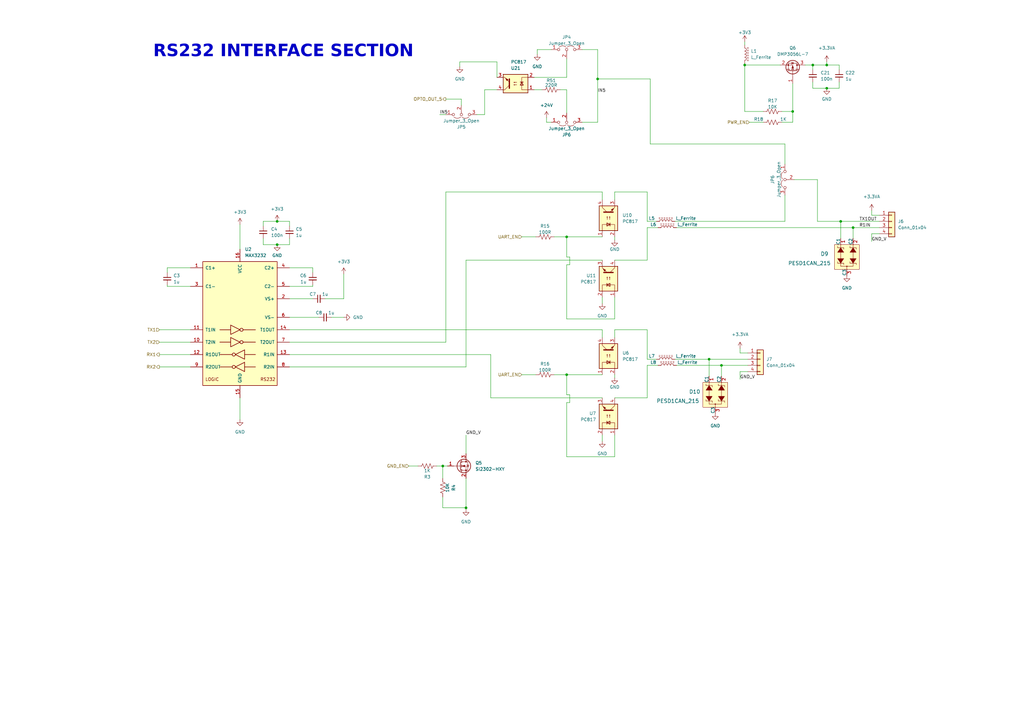
<source format=kicad_sch>
(kicad_sch (version 20230121) (generator eeschema)
  (paper "A3")
  (title_block (title "ELIESTAR") (date "2023-06-20") (rev "2.0") (company "GEVITON") (comment 2 "Reviewed By: Timoty Kyalo") (comment 3 "Designed By: Robert Mutura") (comment 4 "ELIESTAR"))
  (lib_symbols
    (symbol "Connector_Generic:Conn_01x04" (pin_names (offset 1.016) hide)
      (property "Reference" "J" (at 0 5.08 0))
      (property "Value" "Conn_01x04" (at 0 -7.62 0))
      (symbol "Conn_01x04_1_1"
        (rectangle (start -1.27 -4.953) (end 0 -5.207) (stroke (width 0.1524)))
        (rectangle (start -1.27 -2.413) (end 0 -2.667) (stroke (width 0.1524)))
        (rectangle (start -1.27 0.127) (end 0 -0.127) (stroke (width 0.1524)))
        (rectangle (start -1.27 2.667) (end 0 2.413) (stroke (width 0.1524)))
        (rectangle (start -1.27 3.81) (end 1.27 -6.35) (stroke (width 0.254)) (fill (type background)))
        (pin passive line (at -5.08 2.54 0) (length 3.81) (name "Pin_1") (number "1"))
        (pin passive line (at -5.08 0 0) (length 3.81) (name "Pin_2") (number "2"))
        (pin passive line (at -5.08 -2.54 0) (length 3.81) (name "Pin_3") (number "3"))
        (pin passive line (at -5.08 -5.08 0) (length 3.81) (name "Pin_4") (number "4"))
      )
    )
    (symbol "Device:C_Small" (pin_numbers hide) (pin_names (offset 0.254) hide)
      (property "Reference" "C" (at 0.254 1.778 0))
      (property "Value" "C_Small" (at 0.254 -2.032 0))
      (symbol "C_Small_0_1"
        (polyline (pts (xy -1.524 -0.508) (xy 1.524 -0.508)) (stroke (width 0.3302)))
        (polyline (pts (xy -1.524 0.508) (xy 1.524 0.508)) (stroke (width 0.3048)))
      )
      (symbol "C_Small_1_1"
        (pin passive line (at 0 2.54 270) (length 2.032) (name "~") (number "1"))
        (pin passive line (at 0 -2.54 90) (length 2.032) (name "~") (number "2"))
      )
    )
    (symbol "Device:L_Ferrite" (pin_numbers hide) (pin_names (offset 1.016) hide)
      (property "Reference" "L" (at -1.27 0 90))
      (property "Value" "L_Ferrite" (at 2.794 0 90))
      (symbol "L_Ferrite_0_1"
        (arc (start 0 -2.54) (mid 0.6323 -1.905) (end 0 -1.27))
        (arc (start 0 -1.27) (mid 0.6323 -0.635) (end 0 0))
        (polyline (pts (xy 1.016 -2.794) (xy 1.016 -2.286)))
        (polyline (pts (xy 1.016 -1.778) (xy 1.016 -1.27)))
        (polyline (pts (xy 1.016 -0.762) (xy 1.016 -0.254)))
        (polyline (pts (xy 1.016 0.254) (xy 1.016 0.762)))
        (polyline (pts (xy 1.016 1.27) (xy 1.016 1.778)))
        (polyline (pts (xy 1.016 2.286) (xy 1.016 2.794)))
        (polyline (pts (xy 1.524 -2.286) (xy 1.524 -2.794)))
        (polyline (pts (xy 1.524 -1.27) (xy 1.524 -1.778)))
        (polyline (pts (xy 1.524 -0.254) (xy 1.524 -0.762)))
        (polyline (pts (xy 1.524 0.762) (xy 1.524 0.254)))
        (polyline (pts (xy 1.524 1.778) (xy 1.524 1.27)))
        (polyline (pts (xy 1.524 2.794) (xy 1.524 2.286)))
        (arc (start 0 0) (mid 0.6323 0.635) (end 0 1.27))
        (arc (start 0 1.27) (mid 0.6323 1.905) (end 0 2.54))
      )
      (symbol "L_Ferrite_1_1"
        (pin passive line (at 0 3.81 270) (length 1.27) (name "1") (number "1"))
        (pin passive line (at 0 -3.81 90) (length 1.27) (name "2") (number "2"))
      )
    )
    (symbol "Device:Q_NMOS_GSD" (pin_names (offset 0) hide)
      (property "Reference" "Q" (at 5.08 1.27 0))
      (property "Value" "Q_NMOS_GSD" (at 5.08 -1.27 0))
      (symbol "Q_NMOS_GSD_0_1"
        (polyline (pts (xy 0.254 0) (xy -2.54 0)))
        (polyline (pts (xy 0.254 1.905) (xy 0.254 -1.905)) (stroke (width 0.254)))
        (polyline (pts (xy 0.762 -1.27) (xy 0.762 -2.286)) (stroke (width 0.254)))
        (polyline (pts (xy 0.762 0.508) (xy 0.762 -0.508)) (stroke (width 0.254)))
        (polyline (pts (xy 0.762 2.286) (xy 0.762 1.27)) (stroke (width 0.254)))
        (polyline (pts (xy 2.54 2.54) (xy 2.54 1.778)))
        (polyline (pts (xy 2.54 -2.54) (xy 2.54 0) (xy 0.762 0)))
        (polyline (pts (xy 0.762 -1.778) (xy 3.302 -1.778) (xy 3.302 1.778) (xy 0.762 1.778)))
        (polyline (pts (xy 1.016 0) (xy 2.032 0.381) (xy 2.032 -0.381) (xy 1.016 0)) (fill (type outline)))
        (polyline (pts (xy 2.794 0.508) (xy 2.921 0.381) (xy 3.683 0.381) (xy 3.81 0.254)))
        (polyline (pts (xy 3.302 0.381) (xy 2.921 -0.254) (xy 3.683 -0.254) (xy 3.302 0.381)))
        (circle (center 1.651 0) (radius 2.794) (stroke (width 0.254)))
        (circle (center 2.54 -1.778) (radius 0.254) (fill (type outline)))
        (circle (center 2.54 1.778) (radius 0.254) (fill (type outline)))
      )
      (symbol "Q_NMOS_GSD_1_1"
        (pin input line (at -5.08 0 0) (length 2.54) (name "G") (number "1"))
        (pin passive line (at 2.54 -5.08 90) (length 2.54) (name "S") (number "2"))
        (pin passive line (at 2.54 5.08 270) (length 2.54) (name "D") (number "3"))
      )
    )
    (symbol "Device:Q_PMOS_GSD" (pin_names (offset 0) hide)
      (property "Reference" "Q" (at 5.08 1.27 0))
      (property "Value" "Q_PMOS_GSD" (at 5.08 -1.27 0))
      (symbol "Q_PMOS_GSD_0_1"
        (polyline (pts (xy 0.254 0) (xy -2.54 0)))
        (polyline (pts (xy 0.254 1.905) (xy 0.254 -1.905)) (stroke (width 0.254)))
        (polyline (pts (xy 0.762 -1.27) (xy 0.762 -2.286)) (stroke (width 0.254)))
        (polyline (pts (xy 0.762 0.508) (xy 0.762 -0.508)) (stroke (width 0.254)))
        (polyline (pts (xy 0.762 2.286) (xy 0.762 1.27)) (stroke (width 0.254)))
        (polyline (pts (xy 2.54 2.54) (xy 2.54 1.778)))
        (polyline (pts (xy 2.54 -2.54) (xy 2.54 0) (xy 0.762 0)))
        (polyline (pts (xy 0.762 1.778) (xy 3.302 1.778) (xy 3.302 -1.778) (xy 0.762 -1.778)))
        (polyline (pts (xy 2.286 0) (xy 1.27 0.381) (xy 1.27 -0.381) (xy 2.286 0)) (fill (type outline)))
        (polyline (pts (xy 2.794 -0.508) (xy 2.921 -0.381) (xy 3.683 -0.381) (xy 3.81 -0.254)))
        (polyline (pts (xy 3.302 -0.381) (xy 2.921 0.254) (xy 3.683 0.254) (xy 3.302 -0.381)))
        (circle (center 1.651 0) (radius 2.794) (stroke (width 0.254)))
        (circle (center 2.54 -1.778) (radius 0.254) (fill (type outline)))
        (circle (center 2.54 1.778) (radius 0.254) (fill (type outline)))
      )
      (symbol "Q_PMOS_GSD_1_1"
        (pin input line (at -5.08 0 0) (length 2.54) (name "G") (number "1"))
        (pin passive line (at 2.54 -5.08 90) (length 2.54) (name "S") (number "2"))
        (pin passive line (at 2.54 5.08 270) (length 2.54) (name "D") (number "3"))
      )
    )
    (symbol "Device:R_US" (pin_numbers hide) (pin_names (offset 0))
      (property "Reference" "R" (at 2.54 0 90))
      (property "Value" "R_US" (at -2.54 0 90))
      (symbol "R_US_0_1"
        (polyline (pts (xy 0 -2.286) (xy 0 -2.54)))
        (polyline (pts (xy 0 2.286) (xy 0 2.54)))
        (polyline (pts (xy 0 -0.762) (xy 1.016 -1.143) (xy 0 -1.524) (xy -1.016 -1.905) (xy 0 -2.286)))
        (polyline (pts (xy 0 0.762) (xy 1.016 0.381) (xy 0 0) (xy -1.016 -0.381) (xy 0 -0.762)))
        (polyline (pts (xy 0 2.286) (xy 1.016 1.905) (xy 0 1.524) (xy -1.016 1.143) (xy 0 0.762)))
      )
      (symbol "R_US_1_1"
        (pin passive line (at 0 3.81 270) (length 1.27) (name "~") (number "1"))
        (pin passive line (at 0 -3.81 90) (length 1.27) (name "~") (number "2"))
      )
    )
    (symbol "Interface_UART:MAX232" (pin_names (offset 1.016))
      (property "Reference" "U" (at -2.54 28.575 0))
      (property "Value" "MAX232" (at -2.54 26.67 0))
      (symbol "MAX232_0_0"
        (text "LOGIC" (at -11.43 -22.86 0) (effects (font (size 1.27 1.27))))
        (text "RS232" (at 11.43 -22.86 0) (effects (font (size 1.27 1.27))))
      )
      (symbol "MAX232_0_1"
        (rectangle (start -15.24 -25.4) (end 15.24 25.4) (stroke (width 0.254)) (fill (type background)))
        (circle (center -2.54 -17.78) (radius 0.635) (stroke (width 0.254)))
        (circle (center -2.54 -12.7) (radius 0.635) (stroke (width 0.254)))
        (polyline (pts (xy -3.81 -7.62) (xy -8.255 -7.62)) (stroke (width 0.254)))
        (polyline (pts (xy -3.81 -2.54) (xy -8.255 -2.54)) (stroke (width 0.254)))
        (polyline (pts (xy -3.175 -17.78) (xy -8.255 -17.78)) (stroke (width 0.254)))
        (polyline (pts (xy -3.175 -12.7) (xy -8.255 -12.7)) (stroke (width 0.254)))
        (polyline (pts (xy 1.27 -7.62) (xy 6.35 -7.62)) (stroke (width 0.254)))
        (polyline (pts (xy 1.27 -2.54) (xy 6.35 -2.54)) (stroke (width 0.254)))
        (polyline (pts (xy 1.905 -17.78) (xy 6.35 -17.78)) (stroke (width 0.254)))
        (polyline (pts (xy 1.905 -12.7) (xy 6.35 -12.7)) (stroke (width 0.254)))
        (polyline (pts (xy -3.81 -5.715) (xy -3.81 -9.525) (xy 0 -7.62) (xy -3.81 -5.715)) (stroke (width 0.254)))
        (polyline (pts (xy -3.81 -0.635) (xy -3.81 -4.445) (xy 0 -2.54) (xy -3.81 -0.635)) (stroke (width 0.254)))
        (polyline (pts (xy 1.905 -15.875) (xy 1.905 -19.685) (xy -1.905 -17.78) (xy 1.905 -15.875)) (stroke (width 0.254)))
        (polyline (pts (xy 1.905 -10.795) (xy 1.905 -14.605) (xy -1.905 -12.7) (xy 1.905 -10.795)) (stroke (width 0.254)))
        (circle (center 0.635 -7.62) (radius 0.635) (stroke (width 0.254)))
        (circle (center 0.635 -2.54) (radius 0.635) (stroke (width 0.254)))
      )
      (symbol "MAX232_1_1"
        (pin passive line (at -20.32 22.86 0) (length 5.08) (name "C1+") (number "1"))
        (pin input line (at -20.32 -7.62 0) (length 5.08) (name "T2IN") (number "10"))
        (pin input line (at -20.32 -2.54 0) (length 5.08) (name "T1IN") (number "11"))
        (pin output line (at -20.32 -12.7 0) (length 5.08) (name "R1OUT") (number "12"))
        (pin input line (at 20.32 -12.7 180) (length 5.08) (name "R1IN") (number "13"))
        (pin output line (at 20.32 -2.54 180) (length 5.08) (name "T1OUT") (number "14"))
        (pin power_in line (at 0 -30.48 90) (length 5.08) (name "GND") (number "15"))
        (pin power_in line (at 0 30.48 270) (length 5.08) (name "VCC") (number "16"))
        (pin power_out line (at 20.32 10.16 180) (length 5.08) (name "VS+") (number "2"))
        (pin passive line (at -20.32 15.24 0) (length 5.08) (name "C1-") (number "3"))
        (pin passive line (at 20.32 22.86 180) (length 5.08) (name "C2+") (number "4"))
        (pin passive line (at 20.32 15.24 180) (length 5.08) (name "C2-") (number "5"))
        (pin power_out line (at 20.32 2.54 180) (length 5.08) (name "VS-") (number "6"))
        (pin output line (at 20.32 -7.62 180) (length 5.08) (name "T2OUT") (number "7"))
        (pin input line (at 20.32 -17.78 180) (length 5.08) (name "R2IN") (number "8"))
        (pin output line (at -20.32 -17.78 0) (length 5.08) (name "R2OUT") (number "9"))
      )
    )
    (symbol "Isolator:PC817" (pin_names (offset 1.016))
      (property "Reference" "U" (at -5.08 5.08 0))
      (property "Value" "PC817" (at 0 5.08 0))
      (symbol "PC817_0_1"
        (rectangle (start -5.08 3.81) (end 5.08 -3.81) (stroke (width 0.254)) (fill (type background)))
        (polyline (pts (xy -3.175 -0.635) (xy -1.905 -0.635)) (stroke (width 0.254)))
        (polyline (pts (xy 2.54 0.635) (xy 4.445 2.54)))
        (polyline (pts (xy 4.445 -2.54) (xy 2.54 -0.635)) (fill (type outline)))
        (polyline (pts (xy 4.445 -2.54) (xy 5.08 -2.54)))
        (polyline (pts (xy 4.445 2.54) (xy 5.08 2.54)))
        (polyline (pts (xy -5.08 2.54) (xy -2.54 2.54) (xy -2.54 -0.635)))
        (polyline (pts (xy -2.54 -0.635) (xy -2.54 -2.54) (xy -5.08 -2.54)))
        (polyline (pts (xy 2.54 1.905) (xy 2.54 -1.905) (xy 2.54 -1.905)) (stroke (width 0.508)))
        (polyline (pts (xy -2.54 -0.635) (xy -3.175 0.635) (xy -1.905 0.635) (xy -2.54 -0.635)) (stroke (width 0.254)))
        (polyline (pts (xy -0.508 -0.508) (xy 0.762 -0.508) (xy 0.381 -0.635) (xy 0.381 -0.381) (xy 0.762 -0.508)))
        (polyline (pts (xy -0.508 0.508) (xy 0.762 0.508) (xy 0.381 0.381) (xy 0.381 0.635) (xy 0.762 0.508)))
        (polyline (pts (xy 3.048 -1.651) (xy 3.556 -1.143) (xy 4.064 -2.159) (xy 3.048 -1.651) (xy 3.048 -1.651)) (fill (type outline)))
      )
      (symbol "PC817_1_1"
        (pin passive line (at -7.62 2.54 0) (length 2.54) (name "~") (number "1"))
        (pin passive line (at -7.62 -2.54 0) (length 2.54) (name "~") (number "2"))
        (pin passive line (at 7.62 -2.54 180) (length 2.54) (name "~") (number "3"))
        (pin passive line (at 7.62 2.54 180) (length 2.54) (name "~") (number "4"))
      )
    )
    (symbol "Jumper:Jumper_3_Open" (pin_names (offset 0) hide)
      (property "Reference" "JP" (at -2.54 -2.54 0))
      (property "Value" "Jumper_3_Open" (at 0 2.794 0))
      (symbol "Jumper_3_Open_0_0"
        (circle (center -3.302 0) (radius 0.508))
        (circle (center 0 0) (radius 0.508))
        (circle (center 3.302 0) (radius 0.508))
      )
      (symbol "Jumper_3_Open_0_1"
        (arc (start -0.254 1.016) (mid -1.651 1.4992) (end -3.048 1.016))
        (polyline (pts (xy 0 -0.508) (xy 0 -1.27)))
        (arc (start 3.048 1.016) (mid 1.651 1.4992) (end 0.254 1.016))
      )
      (symbol "Jumper_3_Open_1_1"
        (pin passive line (at -6.35 0 0) (length 2.54) (name "A") (number "1"))
        (pin passive line (at 0 -3.81 90) (length 2.54) (name "C") (number "2"))
        (pin passive line (at 6.35 0 180) (length 2.54) (name "B") (number "3"))
      )
    )
    (symbol "dk_TVS-Diodes:PESD1CAN_215" (pin_names (offset 0))
      (property "Reference" "D" (at -5.08 6.096 0))
      (property "Value" "PESD1CAN_215" (at 0 -6.35 0))
      (symbol "PESD1CAN_215_0_1"
        (rectangle (start -5.08 5.08) (end 5.08 -5.08) (fill (type background)))
        (polyline (pts (xy -5.08 -2.54) (xy -3.81 -2.54)))
        (polyline (pts (xy -5.08 2.54) (xy -3.81 2.54)))
        (polyline (pts (xy -3.81 -3.81) (xy -3.175 -3.81)))
        (polyline (pts (xy -3.81 -1.27) (xy -4.445 -1.27)))
        (polyline (pts (xy -3.81 -1.27) (xy -3.81 -3.81)))
        (polyline (pts (xy -3.81 1.27) (xy -3.175 1.27)))
        (polyline (pts (xy -3.81 3.81) (xy -4.445 3.81)))
        (polyline (pts (xy -3.81 3.81) (xy -3.81 1.27)))
        (polyline (pts (xy 0.635 -2.54) (xy -1.905 -2.54)))
        (polyline (pts (xy 0.635 2.54) (xy -1.905 2.54)))
        (polyline (pts (xy 0.635 2.54) (xy 0.635 2.54)))
        (polyline (pts (xy 2.54 -3.81) (xy 3.175 -3.81)))
        (polyline (pts (xy 2.54 -1.27) (xy 1.905 -1.27)))
        (polyline (pts (xy 2.54 -1.27) (xy 2.54 -3.81)))
        (polyline (pts (xy 2.54 1.27) (xy 3.175 1.27)))
        (polyline (pts (xy 2.54 3.81) (xy 1.905 3.81)))
        (polyline (pts (xy 2.54 3.81) (xy 2.54 1.27)))
        (polyline (pts (xy 3.81 0) (xy 5.08 0)))
        (polyline (pts (xy -1.905 -1.27) (xy -1.905 -3.81) (xy -3.81 -2.54) (xy -1.905 -1.27)) (fill (type outline)))
        (polyline (pts (xy -1.905 1.27) (xy -1.905 3.81) (xy -3.81 2.54) (xy -1.905 1.27)) (fill (type outline)))
        (polyline (pts (xy 0.635 -1.27) (xy 0.635 -3.81) (xy 2.54 -2.54) (xy 0.635 -1.27)) (fill (type outline)))
        (polyline (pts (xy 0.635 3.81) (xy 0.635 1.27) (xy 2.54 2.54) (xy 0.635 3.81)) (fill (type outline)))
        (polyline (pts (xy 2.54 2.54) (xy 3.81 2.54) (xy 3.81 -2.54) (xy 2.54 -2.54)))
        (circle (center 3.81 0) (radius 0.1778) (fill (type outline)))
      )
      (symbol "PESD1CAN_215_1_1"
        (pin passive line (at -7.62 2.54 0) (length 2.54) (name "C1") (number "1"))
        (pin passive line (at -7.62 -2.54 0) (length 2.54) (name "C2") (number "2"))
        (pin passive line (at 7.62 0 180) (length 2.54) (name "C3") (number "3"))
      )
    )
    (symbol "power:+24V" (power) (pin_names (offset 0))
      (property "Value" "+24V" (at 0 3.556 0))
      (symbol "+24V_0_1"
        (polyline (pts (xy -0.762 1.27) (xy 0 2.54)))
        (polyline (pts (xy 0 0) (xy 0 2.54)))
        (polyline (pts (xy 0 2.54) (xy 0.762 1.27)))
      )
      (symbol "+24V_1_1"
        (pin power_in line (at 0 0 90) (length 0) hide (name "+24V") (number "1"))
      )
    )
    (symbol "power:+3.3VA" (power) (pin_names (offset 0))
      (property "Value" "+3.3VA" (at 0 3.556 0))
      (symbol "+3.3VA_0_1"
        (polyline (pts (xy -0.762 1.27) (xy 0 2.54)))
        (polyline (pts (xy 0 0) (xy 0 2.54)))
        (polyline (pts (xy 0 2.54) (xy 0.762 1.27)))
      )
      (symbol "+3.3VA_1_1"
        (pin power_in line (at 0 0 90) (length 0) hide (name "+3.3VA") (number "1"))
      )
    )
    (symbol "power:+3V3" (power) (pin_names (offset 0))
      (property "Value" "+3V3" (at 0 3.556 0))
      (symbol "+3V3_0_1"
        (polyline (pts (xy -0.762 1.27) (xy 0 2.54)))
        (polyline (pts (xy 0 0) (xy 0 2.54)))
        (polyline (pts (xy 0 2.54) (xy 0.762 1.27)))
      )
      (symbol "+3V3_1_1"
        (pin power_in line (at 0 0 90) (length 0) hide (name "+3V3") (number "1"))
      )
    )
    (symbol "power:GND" (power) (pin_names (offset 0))
      (property "Value" "GND" (at 0 -3.81 0))
      (symbol "GND_0_1"
        (polyline (pts (xy 0 0) (xy 0 -1.27) (xy 1.27 -1.27) (xy 0 -2.54) (xy -1.27 -1.27) (xy 0 -1.27)))
      )
      (symbol "GND_1_1"
        (pin power_in line (at 0 0 270) (length 0) hide (name "GND") (number "1"))
      )
    )
  )
  (junction (at 339.09 26.67))
  (junction (at 191.135 208.28))
  (junction (at 113.665 90.805))
  (junction (at 232.41 153.67))
  (junction (at 245.11 32.385))
  (junction (at 232.41 97.155))
  (junction (at 295.91 149.86))
  (junction (at 305.435 26.67))
  (junction (at 181.61 191.135))
  (junction (at 290.83 147.32))
  (junction (at 344.805 90.805))
  (junction (at 339.09 36.195))
  (junction (at 325.12 45.72))
  (junction (at 333.375 26.67))
  (junction (at 349.885 93.345))
  (junction (at 113.665 100.33))
  (wire (pts (xy 118.745 92.71) (xy 118.745 90.805)))
  (wire (pts (xy 344.805 90.805) (xy 335.28 90.805)))
  (wire (pts (xy 189.23 40.64) (xy 189.23 43.18)))
  (wire (pts (xy 339.09 36.195) (xy 344.17 36.195)))
  (wire (pts (xy 290.83 147.32) (xy 290.83 154.305)))
  (wire (pts (xy 247.015 124.46) (xy 247.015 121.92)))
  (wire (pts (xy 229.87 36.83) (xy 232.41 36.83)))
  (wire (pts (xy 68.58 109.855) (xy 68.58 111.76)))
  (wire (pts (xy 303.53 142.875) (xy 303.53 144.78)))
  (wire (pts (xy 232.41 161.925) (xy 232.41 153.67)))
  (wire (pts (xy 107.95 97.79) (xy 107.95 100.33)))
  (wire (pts (xy 265.43 147.32) (xy 269.24 147.32)))
  (wire (pts (xy 167.64 191.135) (xy 171.45 191.135)))
  (wire (pts (xy 182.88 78.74) (xy 182.88 140.335)))
  (wire (pts (xy 201.295 163.195) (xy 201.295 145.415)))
  (wire (pts (xy 357.505 95.885) (xy 357.505 99.06)))
  (wire (pts (xy 349.885 93.345) (xy 360.68 93.345)))
  (wire (pts (xy 118.745 140.335) (xy 182.88 140.335)))
  (wire (pts (xy 232.41 187.325) (xy 252.095 187.325)))
  (wire (pts (xy 335.28 90.805) (xy 335.28 73.66)))
  (wire (pts (xy 265.43 163.195) (xy 265.43 149.86)))
  (wire (pts (xy 118.745 109.855) (xy 128.27 109.855)))
  (wire (pts (xy 265.43 90.805) (xy 265.43 78.74)))
  (wire (pts (xy 232.41 108.585) (xy 232.41 130.81)))
  (wire (pts (xy 118.745 90.805) (xy 113.665 90.805)))
  (wire (pts (xy 227.33 153.67) (xy 232.41 153.67)))
  (wire (pts (xy 233.68 161.925) (xy 232.41 161.925)))
  (wire (pts (xy 191.135 196.215) (xy 191.135 208.28)))
  (wire (pts (xy 232.41 165.1) (xy 232.41 187.325)))
  (wire (pts (xy 135.89 130.175) (xy 140.97 130.175)))
  (wire (pts (xy 247.015 180.975) (xy 247.015 178.435)))
  (wire (pts (xy 344.805 90.805) (xy 360.68 90.805)))
  (wire (pts (xy 78.105 109.855) (xy 68.58 109.855)))
  (wire (pts (xy 265.43 93.345) (xy 269.875 93.345)))
  (wire (pts (xy 247.015 81.915) (xy 247.015 78.74)))
  (wire (pts (xy 339.09 26.67) (xy 339.09 25.4)))
  (wire (pts (xy 252.095 78.74) (xy 252.095 81.915)))
  (wire (pts (xy 233.68 108.585) (xy 233.68 105.41)))
  (wire (pts (xy 265.43 106.68) (xy 265.43 93.345)))
  (wire (pts (xy 245.11 20.32) (xy 245.11 32.385)))
  (wire (pts (xy 305.435 17.145) (xy 305.435 18.415)))
  (wire (pts (xy 303.53 152.4) (xy 303.53 155.575)))
  (wire (pts (xy 198.755 36.83) (xy 203.835 36.83)))
  (wire (pts (xy 276.86 147.32) (xy 290.83 147.32)))
  (wire (pts (xy 191.135 208.915) (xy 191.135 208.28)))
  (wire (pts (xy 305.435 45.72) (xy 313.055 45.72)))
  (wire (pts (xy 357.505 86.36) (xy 357.505 88.265)))
  (wire (pts (xy 232.41 97.155) (xy 247.015 97.155)))
  (wire (pts (xy 333.375 26.67) (xy 333.375 28.575)))
  (wire (pts (xy 265.43 149.86) (xy 269.875 149.86)))
  (wire (pts (xy 238.76 20.32) (xy 245.11 20.32)))
  (wire (pts (xy 181.61 203.835) (xy 181.61 208.28)))
  (wire (pts (xy 213.995 97.155) (xy 219.71 97.155)))
  (wire (pts (xy 321.945 67.31) (xy 321.945 59.055)))
  (wire (pts (xy 335.28 73.66) (xy 325.755 73.66)))
  (wire (pts (xy 349.885 97.79) (xy 349.885 93.345)))
  (wire (pts (xy 128.27 117.475) (xy 118.745 117.475)))
  (wire (pts (xy 181.61 191.135) (xy 181.61 196.215)))
  (wire (pts (xy 252.095 106.68) (xy 265.43 106.68)))
  (wire (pts (xy 232.41 31.75) (xy 232.41 24.13)))
  (wire (pts (xy 252.095 187.325) (xy 252.095 178.435)))
  (wire (pts (xy 191.135 106.68) (xy 247.015 106.68)))
  (wire (pts (xy 325.12 45.72) (xy 325.12 50.165)))
  (wire (pts (xy 181.61 208.28) (xy 191.135 208.28)))
  (wire (pts (xy 140.97 112.395) (xy 140.97 122.555)))
  (wire (pts (xy 333.375 26.67) (xy 339.09 26.67)))
  (wire (pts (xy 247.015 78.74) (xy 182.88 78.74)))
  (wire (pts (xy 238.76 50.165) (xy 245.11 50.165)))
  (wire (pts (xy 113.665 90.805) (xy 107.95 90.805)))
  (wire (pts (xy 290.83 147.32) (xy 306.705 147.32)))
  (wire (pts (xy 360.68 95.885) (xy 357.505 95.885)))
  (wire (pts (xy 118.745 122.555) (xy 128.27 122.555)))
  (wire (pts (xy 107.95 90.805) (xy 107.95 92.71)))
  (wire (pts (xy 224.155 50.165) (xy 224.155 48.26)))
  (wire (pts (xy 252.095 163.195) (xy 265.43 163.195)))
  (wire (pts (xy 191.135 106.68) (xy 191.135 150.495)))
  (wire (pts (xy 224.155 50.165) (xy 226.06 50.165)))
  (wire (pts (xy 320.675 45.72) (xy 325.12 45.72)))
  (wire (pts (xy 232.41 105.41) (xy 232.41 97.155)))
  (wire (pts (xy 118.745 100.33) (xy 118.745 97.79)))
  (wire (pts (xy 113.665 100.33) (xy 118.745 100.33)))
  (wire (pts (xy 265.43 147.32) (xy 265.43 135.255)))
  (wire (pts (xy 245.11 32.385) (xy 266.7 32.385)))
  (wire (pts (xy 181.61 191.135) (xy 183.515 191.135)))
  (wire (pts (xy 203.835 31.75) (xy 203.835 25.4)))
  (wire (pts (xy 98.425 92.075) (xy 98.425 102.235)))
  (wire (pts (xy 305.435 26.67) (xy 320.04 26.67)))
  (wire (pts (xy 128.27 109.855) (xy 128.27 111.76)))
  (wire (pts (xy 232.41 165.1) (xy 233.68 165.1)))
  (wire (pts (xy 220.345 20.32) (xy 226.06 20.32)))
  (wire (pts (xy 118.745 150.495) (xy 191.135 150.495)))
  (wire (pts (xy 265.43 90.805) (xy 269.24 90.805)))
  (wire (pts (xy 266.7 59.055) (xy 266.7 32.385)))
  (wire (pts (xy 179.07 191.135) (xy 181.61 191.135)))
  (wire (pts (xy 252.095 97.155) (xy 252.095 98.425)))
  (wire (pts (xy 344.17 26.67) (xy 339.09 26.67)))
  (wire (pts (xy 222.25 36.83) (xy 219.075 36.83)))
  (wire (pts (xy 180.34 46.99) (xy 182.88 46.99)))
  (wire (pts (xy 245.11 32.385) (xy 245.11 50.165)))
  (wire (pts (xy 198.755 36.83) (xy 198.755 46.99)))
  (wire (pts (xy 252.095 130.81) (xy 252.095 121.92)))
  (wire (pts (xy 277.495 149.86) (xy 295.91 149.86)))
  (wire (pts (xy 344.805 90.805) (xy 344.805 97.79)))
  (wire (pts (xy 305.435 26.67) (xy 305.435 45.72)))
  (wire (pts (xy 307.34 50.165) (xy 313.055 50.165)))
  (wire (pts (xy 265.43 135.255) (xy 252.095 135.255)))
  (wire (pts (xy 232.41 108.585) (xy 233.68 108.585)))
  (wire (pts (xy 213.995 153.67) (xy 219.71 153.67)))
  (wire (pts (xy 219.075 31.75) (xy 232.41 31.75)))
  (wire (pts (xy 232.41 153.67) (xy 247.015 153.67)))
  (wire (pts (xy 201.295 163.195) (xy 247.015 163.195)))
  (wire (pts (xy 195.58 46.99) (xy 198.755 46.99)))
  (wire (pts (xy 191.135 178.435) (xy 191.135 186.055)))
  (wire (pts (xy 188.595 25.4) (xy 188.595 27.305)))
  (wire (pts (xy 277.495 93.345) (xy 349.885 93.345)))
  (wire (pts (xy 295.91 154.305) (xy 295.91 149.86)))
  (wire (pts (xy 227.33 97.155) (xy 232.41 97.155)))
  (wire (pts (xy 65.405 140.335) (xy 78.105 140.335)))
  (wire (pts (xy 252.095 153.67) (xy 252.095 154.94)))
  (wire (pts (xy 357.505 88.265) (xy 360.68 88.265)))
  (wire (pts (xy 303.53 144.78) (xy 306.705 144.78)))
  (wire (pts (xy 325.12 34.29) (xy 325.12 45.72)))
  (wire (pts (xy 65.405 135.255) (xy 78.105 135.255)))
  (wire (pts (xy 330.2 26.67) (xy 333.375 26.67)))
  (wire (pts (xy 233.68 105.41) (xy 232.41 105.41)))
  (wire (pts (xy 333.375 36.195) (xy 339.09 36.195)))
  (wire (pts (xy 321.945 59.055) (xy 266.7 59.055)))
  (wire (pts (xy 65.405 145.415) (xy 78.105 145.415)))
  (wire (pts (xy 233.68 165.1) (xy 233.68 161.925)))
  (wire (pts (xy 265.43 78.74) (xy 252.095 78.74)))
  (wire (pts (xy 220.345 22.225) (xy 220.345 20.32)))
  (wire (pts (xy 344.17 36.195) (xy 344.17 33.655)))
  (wire (pts (xy 306.705 152.4) (xy 303.53 152.4)))
  (wire (pts (xy 232.41 46.355) (xy 232.41 36.83)))
  (wire (pts (xy 203.835 25.4) (xy 188.595 25.4)))
  (wire (pts (xy 333.375 33.655) (xy 333.375 36.195)))
  (wire (pts (xy 118.745 130.175) (xy 130.81 130.175)))
  (wire (pts (xy 344.17 28.575) (xy 344.17 26.67)))
  (wire (pts (xy 68.58 117.475) (xy 78.105 117.475)))
  (wire (pts (xy 232.41 130.81) (xy 252.095 130.81)))
  (wire (pts (xy 65.405 150.495) (xy 78.105 150.495)))
  (wire (pts (xy 118.745 145.415) (xy 201.295 145.415)))
  (wire (pts (xy 247.015 138.43) (xy 247.015 135.255)))
  (wire (pts (xy 128.27 116.84) (xy 128.27 117.475)))
  (wire (pts (xy 98.425 172.085) (xy 98.425 163.195)))
  (wire (pts (xy 305.435 26.035) (xy 305.435 26.67)))
  (wire (pts (xy 320.675 50.165) (xy 325.12 50.165)))
  (wire (pts (xy 295.91 149.86) (xy 306.705 149.86)))
  (wire (pts (xy 133.35 122.555) (xy 140.97 122.555)))
  (wire (pts (xy 68.58 116.84) (xy 68.58 117.475)))
  (wire (pts (xy 276.86 90.805) (xy 321.945 90.805)))
  (wire (pts (xy 182.88 40.64) (xy 189.23 40.64)))
  (wire (pts (xy 118.745 135.255) (xy 247.015 135.255)))
  (wire (pts (xy 321.945 80.01) (xy 321.945 90.805)))
  (wire (pts (xy 107.95 100.33) (xy 113.665 100.33)))
  (wire (pts (xy 252.095 135.255) (xy 252.095 138.43)))
  (text "RS232 INTERFACE SECTION" (at 62.865 25.4 0) (effects (font (size 5 5) bold) (justify left bottom)))
  (label "R1IN" (at 352.425 93.345 0))
  (label "IN5" (at 245.11 38.1 0))
  (label "GND_V" (at 303.53 155.575 0))
  (label "GND_V" (at 191.135 178.435 0))
  (label "GND_V" (at 357.505 99.06 0))
  (label "IN5" (at 180.34 46.99 0))
  (label "TX1OUT" (at 352.425 90.805 0))
  (hierarchical_label "RX2" (shape output) (at 65.405 150.495 180))
  (hierarchical_label "UART_EN" (shape input) (at 213.995 153.67 180))
  (hierarchical_label "GND_EN" (shape input) (at 167.64 191.135 180))
  (hierarchical_label "PWR_EN" (shape input) (at 307.34 50.165 180))
  (hierarchical_label "RX1" (shape output) (at 65.405 145.415 180))
  (hierarchical_label "TX1" (shape input) (at 65.405 135.255 180))
  (hierarchical_label "OPTO_OUT_5" (shape output) (at 182.88 40.64 180))
  (hierarchical_label "UART_EN" (shape input) (at 213.995 97.155 180))
  (hierarchical_label "TX2" (shape input) (at 65.405 140.335 180))
  (symbol (lib_id "Device:L_Ferrite") (at 273.685 149.86 90) (unit 1)
    (property "Reference" "L8" (at 267.97 148.59 90))
    (property "Value" "L_Ferrite" (at 281.94 148.59 90))
    (property "Footprint" "Inductor_SMD:L_0603_1608Metric" (effects hide))
  )
  (symbol (lib_id "power:GND") (at 140.97 130.175 90) (unit 1)
    (property "Reference" "#PWR013" (effects hide))
    (property "Value" "GND" (at 144.78 130.1749 90) (effects (justify right)))
  )
  (symbol (lib_id "Jumper:Jumper_3_Open") (at 189.23 46.99 0) (mirror x) (unit 1)
    (property "Reference" "JP5" (at 189.23 52.07 0))
    (property "Value" "Jumper_3_Open" (at 189.23 49.53 0))
    (property "Footprint" "Jumper:SolderJumper-3_P1.3mm_Open_RoundedPad1.0x1.5mm_NumberLabels" (effects hide))
    (instances (project "ELIESTER_V2" (path "" (reference "JP5") (unit 1)) (path "" (reference "JP?") (unit 1)) (path "" (reference "JP?") (unit 1)) (path "" (reference "JP8") (unit 1))))
  )
  (symbol (lib_id "Jumper:Jumper_3_Open") (at 232.41 50.165 0) (mirror x) (unit 1)
    (property "Reference" "JP6" (at 232.41 55.245 0))
    (property "Value" "Jumper_3_Open" (at 232.41 52.705 0))
    (property "Footprint" "Jumper:SolderJumper-3_P1.3mm_Open_RoundedPad1.0x1.5mm_NumberLabels" (effects hide))
    (instances (project "ELIESTER_V2" (path "" (reference "JP6") (unit 1)) (path "" (reference "JP?") (unit 1)) (path "" (reference "JP?") (unit 1)) (path "" (reference "JP9") (unit 1))))
  )
  (symbol (lib_id "power:+3V3") (at 140.97 112.395 0) (unit 1)
    (property "Reference" "#PWR012" (effects hide))
    (property "Value" "+3V3" (at 140.97 107.315 0))
  )
  (symbol (lib_id "Device:Q_NMOS_GSD") (at 188.595 191.135 0) (unit 1)
    (property "Reference" "Q5" (at 194.945 189.8649 0) (effects (justify left)))
    (property "Value" "SI2302-HXY" (at 194.945 192.4049 0) (effects (justify left)))
    (property "Footprint" "Package_TO_SOT_SMD:SOT-23" (effects hide))
  )
  (symbol (lib_id "Isolator:PC817") (at 249.555 146.05 90) (unit 1)
    (property "Reference" "U6" (at 255.27 144.7799 90) (effects (justify right)))
    (property "Value" "PC817" (at 255.27 147.3199 90) (effects (justify right)))
    (property "Footprint" "MACHADA_footprints:pc817-DIP-4_W7.62mm_SMDSocket_SmallPads" (effects hide))
    (property "Datasheet" "http://www.soselectronic.cz/a_info/resource/d/pc817.pdf" (effects hide))
  )
  (symbol (lib_id "Isolator:PC817") (at 249.555 170.815 270) (mirror x) (unit 1)
    (property "Reference" "U7" (at 244.475 169.5449 90) (effects (justify right)))
    (property "Value" "PC817" (at 244.475 172.0849 90) (effects (justify right)))
    (property "Footprint" "MACHADA_footprints:pc817-DIP-4_W7.62mm_SMDSocket_SmallPads" (effects hide))
    (property "Datasheet" "http://www.soselectronic.cz/a_info/resource/d/pc817.pdf" (effects hide))
  )
  (symbol (lib_id "power:GND") (at 347.345 113.03 0) (unit 1)
    (property "Reference" "#PWR086" (effects hide))
    (property "Value" "GND" (at 347.345 118.11 0))
  )
  (symbol (lib_id "Interface_UART:MAX232") (at 98.425 132.715 0) (unit 1)
    (property "Reference" "U2" (at 100.4444 102.235 0) (effects (justify left)))
    (property "Value" "MAX3232" (at 100.4444 104.775 0) (effects (justify left)))
    (property "Footprint" "Package_SO:SOIC-16_3.9x9.9mm_P1.27mm" (effects hide))
    (property "Datasheet" "http://www.ti.com/lit/ds/symlink/max232.pdf" (effects hide))
  )
  (symbol (lib_id "Device:C_Small") (at 107.95 95.25 0) (unit 1)
    (property "Reference" "C4" (at 111.125 93.9862 0) (effects (justify left)))
    (property "Value" "100n" (at 111.125 96.5262 0) (effects (justify left)))
    (property "Footprint" "Capacitor_SMD:C_0402_1005Metric" (effects hide))
  )
  (symbol (lib_id "power:GND") (at 188.595 27.305 0) (unit 1)
    (property "Reference" "#PWR095" (effects hide))
    (property "Value" "GND" (at 188.595 32.385 0))
    (instances (project "ELIESTER_V2" (path "" (reference "#PWR095") (unit 1)) (path "" (reference "#PWR0103") (unit 1)) (path "" (reference "#PWR0103") (unit 1)) (path "" (reference "#PWR0125") (unit 1))))
  )
  (symbol (lib_id "Device:L_Ferrite") (at 273.05 147.32 90) (unit 1)
    (property "Reference" "L7" (at 267.335 146.05 90))
    (property "Value" "L_Ferrite" (at 281.305 146.05 90))
    (property "Footprint" "Inductor_SMD:L_0603_1608Metric" (effects hide))
  )
  (symbol (lib_id "power:+3.3VA") (at 339.09 25.4 0) (unit 1)
    (property "Reference" "#PWR079" (effects hide))
    (property "Value" "+3.3VA" (at 339.09 19.685 0))
  )
  (symbol (lib_id "Isolator:PC817") (at 211.455 34.29 180) (unit 1)
    (property "Reference" "U21" (at 209.55 27.94 0) (effects (justify right)))
    (property "Value" "PC817" (at 209.55 25.4 0) (effects (justify right)))
    (property "Footprint" "MACHADA_footprints:pc817-DIP-4_W7.62mm_SMDSocket_SmallPads" (effects hide))
    (property "Datasheet" "http://www.soselectronic.cz/a_info/resource/d/pc817.pdf" (effects hide))
    (instances (project "ELIESTER_V2" (path "" (reference "U21") (unit 1)) (path "" (reference "U20") (unit 1)) (path "" (reference "U?") (unit 1)) (path "" (reference "U?") (unit 1))))
  )
  (symbol (lib_id "Device:R_US") (at 223.52 97.155 90) (unit 1)
    (property "Reference" "R15" (at 223.52 92.71 90))
    (property "Value" "100R" (at 223.52 95.25 90))
    (property "Footprint" "Resistor_SMD:R_0402_1005Metric" (effects hide))
  )
  (symbol (lib_id "Device:C_Small") (at 344.17 31.115 0) (unit 1)
    (property "Reference" "C22" (at 346.71 29.8512 0) (effects (justify left)))
    (property "Value" "1u" (at 346.71 32.3912 0) (effects (justify left)))
    (property "Footprint" "Capacitor_SMD:C_0402_1005Metric" (effects hide))
  )
  (symbol (lib_id "Device:L_Ferrite") (at 273.685 93.345 90) (unit 1)
    (property "Reference" "L6" (at 267.97 92.075 90))
    (property "Value" "L_Ferrite" (at 281.94 92.075 90))
    (property "Footprint" "Inductor_SMD:L_0603_1608Metric" (effects hide))
  )
  (symbol (lib_id "Device:R_US") (at 175.26 191.135 270) (unit 1)
    (property "Reference" "R3" (at 175.26 195.58 90))
    (property "Value" "1K" (at 175.26 193.04 90))
    (property "Footprint" "Resistor_SMD:R_0402_1005Metric" (effects hide))
  )
  (symbol (lib_id "Jumper:Jumper_3_Open") (at 232.41 20.32 0) (unit 1)
    (property "Reference" "JP4" (at 232.41 15.24 0))
    (property "Value" "Jumper_3_Open" (at 232.41 17.78 0))
    (property "Footprint" "Jumper:SolderJumper-3_P1.3mm_Open_RoundedPad1.0x1.5mm_NumberLabels" (effects hide))
    (instances (project "ELIESTER_V2" (path "" (reference "JP4") (unit 1)) (path "" (reference "JP?") (unit 1)) (path "" (reference "JP?") (unit 1)) (path "" (reference "JP7") (unit 1))))
  )
  (symbol (lib_id "dk_TVS-Diodes:PESD1CAN_215") (at 347.345 105.41 90) (mirror x) (unit 1)
    (property "Reference" "D9" (at 336.55 104.14 90) (effects (font (size 1.524 1.524)) (justify right)))
    (property "Value" "PESD1CAN_215" (at 323.215 107.95 90) (effects (font (size 1.524 1.524)) (justify right)))
    (property "Footprint" "digikey-footprints:SOT-23-3" (effects hide))
    (property "Datasheet" "https://assets.nexperia.com/documents/data-sheet/PESD1CAN.pdf" (effects hide))
    (property "Digi-Key_PN" "1727-3817-1-ND" (effects hide))
    (property "MPN" "PESD1CAN,215" (effects hide))
    (property "Category" "Circuit Protection" (effects hide))
    (property "Family" "TVS - Diodes" (effects hide))
    (property "DK_Datasheet_Link" "https://assets.nexperia.com/documents/data-sheet/PESD1CAN.pdf" (effects hide))
    (property "DK_Detail_Page" "/product-detail/en/nexperia-usa-inc/PESD1CAN,215/1727-3817-1-ND/1530822" (effects hide))
    (property "Description" "TVS DIODE 24V 70V SOT23" (effects hide))
    (property "Manufacturer" "Nexperia USA Inc." (effects hide))
    (property "Status" "Active" (effects hide))
  )
  (symbol (lib_id "Connector_Generic:Conn_01x04") (at 311.785 147.32 0) (unit 1)
    (property "Reference" "J7" (at 314.325 147.3199 0) (effects (justify left)))
    (property "Value" "Conn_01x04" (at 314.325 149.8599 0) (effects (justify left)))
    (property "Footprint" "Connector_Phoenix_MC:PhoenixContact_MC_1,5_4-G-3.5_1x04_P3.50mm_Horizontal" (effects hide))
  )
  (symbol (lib_id "power:GND") (at 247.015 124.46 0) (unit 1)
    (property "Reference" "#PWR087" (effects hide))
    (property "Value" "GND" (at 247.015 129.54 0))
  )
  (symbol (lib_id "power:+3V3") (at 305.435 17.145 0) (unit 1)
    (property "Reference" "#PWR078" (effects hide))
    (property "Value" "+3V3" (at 305.435 13.335 0))
  )
  (symbol (lib_id "power:GND") (at 293.37 169.545 0) (unit 1)
    (property "Reference" "#PWR035" (effects hide))
    (property "Value" "GND" (at 293.37 174.625 0))
  )
  (symbol (lib_id "Device:R_US") (at 226.06 36.83 90) (unit 1)
    (property "Reference" "R51" (at 226.06 33.02 90))
    (property "Value" "220R" (at 226.06 34.925 90))
    (property "Footprint" "Resistor_SMD:R_0402_1005Metric" (effects hide))
    (instances (project "ELIESTER_V2" (path "" (reference "R51") (unit 1)) (path "" (reference "R?") (unit 1)) (path "" (reference "R?") (unit 1)) (path "" (reference "R52") (unit 1))))
  )
  (symbol (lib_id "Device:R_US") (at 316.865 45.72 90) (unit 1)
    (property "Reference" "R17" (at 316.865 41.275 90))
    (property "Value" "10K" (at 316.865 43.815 90))
    (property "Footprint" "Resistor_SMD:R_0402_1005Metric" (effects hide))
  )
  (symbol (lib_id "power:+3V3") (at 98.425 92.075 0) (unit 1)
    (property "Reference" "#PWR07" (effects hide))
    (property "Value" "+3V3" (at 98.425 86.995 0))
  )
  (symbol (lib_id "Device:Q_PMOS_GSD") (at 325.12 29.21 270) (mirror x) (unit 1)
    (property "Reference" "Q6" (at 325.12 19.685 90))
    (property "Value" "DMP3056L-7" (at 325.12 22.225 90))
    (property "Footprint" "Package_TO_SOT_SMD:SOT-23" (effects hide))
  )
  (symbol (lib_id "power:GND") (at 191.135 208.915 0) (unit 1)
    (property "Reference" "#PWR040" (effects hide))
    (property "Value" "GND" (at 191.135 213.995 0))
  )
  (symbol (lib_id "Device:R_US") (at 181.61 200.025 0) (unit 1)
    (property "Reference" "R4" (at 186.055 200.025 90))
    (property "Value" "10K" (at 183.515 200.025 90))
    (property "Footprint" "Resistor_SMD:R_0402_1005Metric" (effects hide))
  )
  (symbol (lib_id "power:+3.3VA") (at 303.53 142.875 0) (unit 1)
    (property "Reference" "#PWR0105" (effects hide))
    (property "Value" "+3.3VA" (at 303.53 137.16 0))
  )
  (symbol (lib_id "Device:C_Small") (at 128.27 114.3 0) (mirror y) (unit 1)
    (property "Reference" "C6" (at 125.73 113.0362 0) (effects (justify left)))
    (property "Value" "1u" (at 125.73 115.5762 0) (effects (justify left)))
    (property "Footprint" "Capacitor_SMD:C_0603_1608Metric" (effects hide))
  )
  (symbol (lib_id "power:+3V3") (at 113.665 90.805 0) (unit 1)
    (property "Reference" "#PWR09" (effects hide))
    (property "Value" "+3V3" (at 113.665 85.725 0))
  )
  (symbol (lib_id "Device:R_US") (at 223.52 153.67 90) (unit 1)
    (property "Reference" "R16" (at 223.52 149.225 90))
    (property "Value" "100R" (at 223.52 151.765 90))
    (property "Footprint" "Resistor_SMD:R_0402_1005Metric" (effects hide))
  )
  (symbol (lib_id "power:GND") (at 252.095 98.425 0) (unit 1)
    (property "Reference" "#PWR085" (effects hide))
    (property "Value" "GND" (at 252.095 102.235 0))
  )
  (symbol (lib_id "power:GND") (at 113.665 100.33 0) (unit 1)
    (property "Reference" "#PWR010" (effects hide))
    (property "Value" "GND" (at 113.665 104.775 0))
  )
  (symbol (lib_id "Device:C_Small") (at 333.375 31.115 0) (unit 1)
    (property "Reference" "C21" (at 336.55 29.8512 0) (effects (justify left)))
    (property "Value" "100n" (at 336.55 32.3912 0) (effects (justify left)))
    (property "Footprint" "Capacitor_SMD:C_0402_1005Metric" (effects hide))
  )
  (symbol (lib_id "power:GND") (at 98.425 172.085 0) (unit 1)
    (property "Reference" "#PWR08" (effects hide))
    (property "Value" "GND" (at 98.425 177.165 0))
  )
  (symbol (lib_id "Device:L_Ferrite") (at 305.435 22.225 0) (unit 1)
    (property "Reference" "L1" (at 307.975 20.9549 0) (effects (justify left)))
    (property "Value" "L_Ferrite" (at 307.975 23.4949 0) (effects (justify left)))
    (property "Footprint" "Inductor_SMD:L_0603_1608Metric" (effects hide))
  )
  (symbol (lib_id "power:GND") (at 339.09 36.195 0) (unit 1)
    (property "Reference" "#PWR080" (effects hide))
    (property "Value" "GND" (at 339.09 40.64 0))
  )
  (symbol (lib_id "power:+24V") (at 224.155 48.26 0) (unit 1)
    (property "Reference" "#PWR0120" (effects hide))
    (property "Value" "+24V" (at 224.155 43.18 0))
    (instances (project "ELIESTER_V2" (path "" (reference "#PWR0120") (unit 1)) (path "" (reference "#PWR096") (unit 1)) (path "" (reference "#PWR0120") (unit 1)) (path "" (reference "#PWR0126") (unit 1))))
  )
  (symbol (lib_id "Jumper:Jumper_3_Open") (at 321.945 73.66 90) (mirror x) (unit 1)
    (property "Reference" "JP6" (at 316.865 73.66 0))
    (property "Value" "Jumper_3_Open" (at 319.405 73.66 0))
    (property "Footprint" "Jumper:SolderJumper-3_P1.3mm_Open_RoundedPad1.0x1.5mm_NumberLabels" (effects hide))
    (instances (project "ELIESTER_V2" (path "" (reference "JP6") (unit 1)) (path "" (reference "JP?") (unit 1)) (path "" (reference "JP?") (unit 1)) (path "" (reference "JP10") (unit 1))))
  )
  (symbol (lib_id "power:GND") (at 247.015 180.975 0) (unit 1)
    (property "Reference" "#PWR048" (effects hide))
    (property "Value" "GND" (at 247.015 186.055 0))
  )
  (symbol (lib_id "Connector_Generic:Conn_01x04") (at 365.76 90.805 0) (unit 1)
    (property "Reference" "J6" (at 368.3 90.8049 0) (effects (justify left)))
    (property "Value" "Conn_01x04" (at 368.3 93.3449 0) (effects (justify left)))
    (property "Footprint" "Connector_Phoenix_MC:PhoenixContact_MC_1,5_4-G-3.5_1x04_P3.50mm_Horizontal" (effects hide))
  )
  (symbol (lib_id "Isolator:PC817") (at 249.555 89.535 90) (unit 1)
    (property "Reference" "U10" (at 255.27 88.2649 90) (effects (justify right)))
    (property "Value" "PC817" (at 255.27 90.8049 90) (effects (justify right)))
    (property "Footprint" "MACHADA_footprints:pc817-DIP-4_W7.62mm_SMDSocket_SmallPads" (effects hide))
    (property "Datasheet" "http://www.soselectronic.cz/a_info/resource/d/pc817.pdf" (effects hide))
  )
  (symbol (lib_id "power:GND") (at 252.095 154.94 0) (unit 1)
    (property "Reference" "#PWR043" (effects hide))
    (property "Value" "GND" (at 252.095 158.75 0))
  )
  (symbol (lib_id "Device:C_Small") (at 68.58 114.3 0) (unit 1)
    (property "Reference" "C3" (at 71.12 113.0362 0) (effects (justify left)))
    (property "Value" "1u" (at 71.12 115.5762 0) (effects (justify left)))
    (property "Footprint" "Capacitor_SMD:C_0603_1608Metric" (effects hide))
  )
  (symbol (lib_id "Isolator:PC817") (at 249.555 114.3 270) (mirror x) (unit 1)
    (property "Reference" "U11" (at 244.475 113.0299 90) (effects (justify right)))
    (property "Value" "PC817" (at 244.475 115.5699 90) (effects (justify right)))
    (property "Footprint" "MACHADA_footprints:pc817-DIP-4_W7.62mm_SMDSocket_SmallPads" (effects hide))
    (property "Datasheet" "http://www.soselectronic.cz/a_info/resource/d/pc817.pdf" (effects hide))
  )
  (symbol (lib_id "dk_TVS-Diodes:PESD1CAN_215") (at 293.37 161.925 90) (mirror x) (unit 1)
    (property "Reference" "D10" (at 282.575 160.655 90) (effects (font (size 1.524 1.524)) (justify right)))
    (property "Value" "PESD1CAN_215" (at 269.24 164.465 90) (effects (font (size 1.524 1.524)) (justify right)))
    (property "Footprint" "digikey-footprints:SOT-23-3" (effects hide))
    (property "Datasheet" "https://assets.nexperia.com/documents/data-sheet/PESD1CAN.pdf" (effects hide))
    (property "Digi-Key_PN" "1727-3817-1-ND" (effects hide))
    (property "MPN" "PESD1CAN,215" (effects hide))
    (property "Category" "Circuit Protection" (effects hide))
    (property "Family" "TVS - Diodes" (effects hide))
    (property "DK_Datasheet_Link" "https://assets.nexperia.com/documents/data-sheet/PESD1CAN.pdf" (effects hide))
    (property "DK_Detail_Page" "/product-detail/en/nexperia-usa-inc/PESD1CAN,215/1727-3817-1-ND/1530822" (effects hide))
    (property "Description" "TVS DIODE 24V 70V SOT23" (effects hide))
    (property "Manufacturer" "Nexperia USA Inc." (effects hide))
    (property "Status" "Active" (effects hide))
  )
  (symbol (lib_id "Device:R_US") (at 316.865 50.165 90) (unit 1)
    (property "Reference" "R18" (at 311.15 48.895 90))
    (property "Value" "1K" (at 321.31 48.895 90))
    (property "Footprint" "Resistor_SMD:R_0402_1005Metric" (effects hide))
  )
  (symbol (lib_id "power:+3.3VA") (at 357.505 86.36 0) (unit 1)
    (property "Reference" "#PWR084" (effects hide))
    (property "Value" "+3.3VA" (at 357.505 80.645 0))
  )
  (symbol (lib_id "Device:C_Small") (at 130.81 122.555 90) (unit 1)
    (property "Reference" "C7" (at 128.27 120.65 90))
    (property "Value" "1u" (at 133.35 120.65 90))
    (property "Footprint" "Capacitor_SMD:C_0402_1005Metric" (effects hide))
  )
  (symbol (lib_id "power:GND") (at 220.345 22.225 0) (unit 1)
    (property "Reference" "#PWR094" (effects hide))
    (property "Value" "GND" (at 220.345 27.305 0))
    (instances (project "ELIESTER_V2" (path "" (reference "#PWR094") (unit 1)) (path "" (reference "#PWR099") (unit 1)) (path "" (reference "#PWR099") (unit 1)) (path "" (reference "#PWR0124") (unit 1))))
  )
  (symbol (lib_id "Device:C_Small") (at 118.745 95.25 0) (unit 1)
    (property "Reference" "C5" (at 121.285 93.9862 0) (effects (justify left)))
    (property "Value" "1u" (at 121.285 96.5262 0) (effects (justify left)))
    (property "Footprint" "Capacitor_SMD:C_0402_1005Metric" (effects hide))
  )
  (symbol (lib_id "Device:L_Ferrite") (at 273.05 90.805 90) (unit 1)
    (property "Reference" "L5" (at 267.335 89.535 90))
    (property "Value" "L_Ferrite" (at 281.305 89.535 90))
    (property "Footprint" "Inductor_SMD:L_0603_1608Metric" (effects hide))
  )
  (symbol (lib_id "Device:C_Small") (at 133.35 130.175 90) (unit 1)
    (property "Reference" "C8" (at 130.81 128.27 90))
    (property "Value" "1u" (at 135.89 128.27 90))
    (property "Footprint" "Capacitor_SMD:C_0402_1005Metric" (effects hide))
  )
)
</source>
